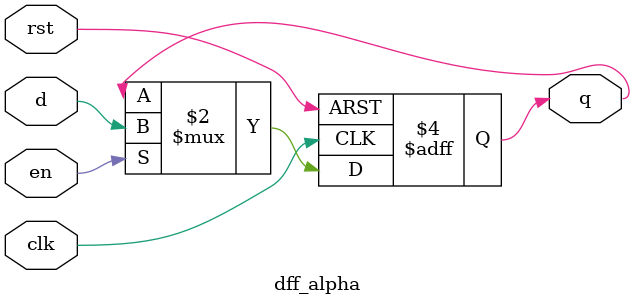
<source format=v>
module dff_alpha(clk, rst, en, d, q);

    input clk, rst, en, d;
    output reg q;

    always @(negedge clk, posedge rst) begin 

        if (rst) begin
            q <= 1'b0;
        end    
        
        else begin
            if (en)
                q <= d;
        end 
    end
endmodule 

</source>
